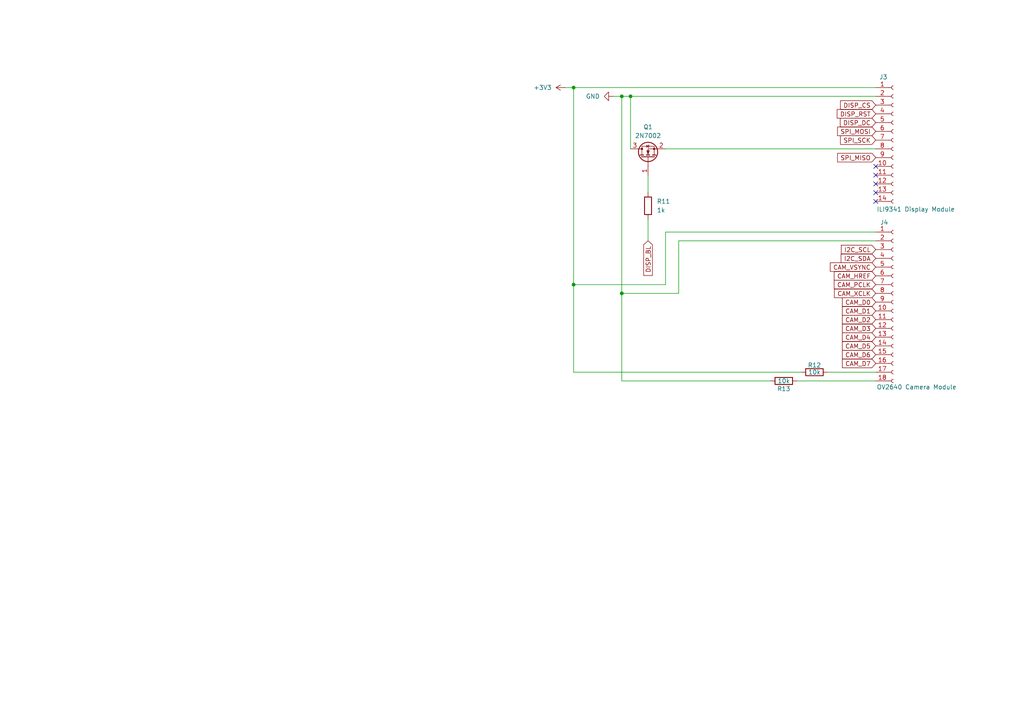
<source format=kicad_sch>
(kicad_sch (version 20250114) (generator "eeschema") (generator_version "9.0")
  (paper "A4")
  (title_block (title "DIsplay and Camera Modules") (date "2026-02-09") (rev "0.1") (company "HRV DEFCON SSTV Badge"))
  (lib_symbols
    (symbol "Connector:Conn_01x14_Socket" (pin_names (offset 1.016) (hide yes))
      (property "Reference" "J" (at 0 17.78 0))
      (property "Value" "Conn_01x14_Socket" (at 0 -20.32 0))
      (symbol "Conn_01x14_Socket_1_1"
        (polyline (pts (xy -1.27 15.24) (xy -0.508 15.24)) (stroke (width 0.1524)))
        (polyline (pts (xy -1.27 12.7) (xy -0.508 12.7)) (stroke (width 0.1524)))
        (polyline (pts (xy -1.27 10.16) (xy -0.508 10.16)) (stroke (width 0.1524)))
        (polyline (pts (xy -1.27 7.62) (xy -0.508 7.62)) (stroke (width 0.1524)))
        (polyline (pts (xy -1.27 5.08) (xy -0.508 5.08)) (stroke (width 0.1524)))
        (polyline (pts (xy -1.27 2.54) (xy -0.508 2.54)) (stroke (width 0.1524)))
        (polyline (pts (xy -1.27 0) (xy -0.508 0)) (stroke (width 0.1524)))
        (polyline (pts (xy -1.27 -2.54) (xy -0.508 -2.54)) (stroke (width 0.1524)))
        (polyline (pts (xy -1.27 -5.08) (xy -0.508 -5.08)) (stroke (width 0.1524)))
        (polyline (pts (xy -1.27 -7.62) (xy -0.508 -7.62)) (stroke (width 0.1524)))
        (polyline (pts (xy -1.27 -10.16) (xy -0.508 -10.16)) (stroke (width 0.1524)))
        (polyline (pts (xy -1.27 -12.7) (xy -0.508 -12.7)) (stroke (width 0.1524)))
        (polyline (pts (xy -1.27 -15.24) (xy -0.508 -15.24)) (stroke (width 0.1524)))
        (polyline (pts (xy -1.27 -17.78) (xy -0.508 -17.78)) (stroke (width 0.1524)))
        (arc (start 0 14.732) (mid -0.5058 15.24) (end 0 15.748) (stroke (width 0.1524)))
        (arc (start 0 12.192) (mid -0.5058 12.7) (end 0 13.208) (stroke (width 0.1524)))
        (arc (start 0 9.652) (mid -0.5058 10.16) (end 0 10.668) (stroke (width 0.1524)))
        (arc (start 0 7.112) (mid -0.5058 7.62) (end 0 8.128) (stroke (width 0.1524)))
        (arc (start 0 4.572) (mid -0.5058 5.08) (end 0 5.588) (stroke (width 0.1524)))
        (arc (start 0 2.032) (mid -0.5058 2.54) (end 0 3.048) (stroke (width 0.1524)))
        (arc (start 0 -0.508) (mid -0.5058 0) (end 0 0.508) (stroke (width 0.1524)))
        (arc (start 0 -3.048) (mid -0.5058 -2.54) (end 0 -2.032) (stroke (width 0.1524)))
        (arc (start 0 -5.588) (mid -0.5058 -5.08) (end 0 -4.572) (stroke (width 0.1524)))
        (arc (start 0 -8.128) (mid -0.5058 -7.62) (end 0 -7.112) (stroke (width 0.1524)))
        (arc (start 0 -10.668) (mid -0.5058 -10.16) (end 0 -9.652) (stroke (width 0.1524)))
        (arc (start 0 -13.208) (mid -0.5058 -12.7) (end 0 -12.192) (stroke (width 0.1524)))
        (arc (start 0 -15.748) (mid -0.5058 -15.24) (end 0 -14.732) (stroke (width 0.1524)))
        (arc (start 0 -18.288) (mid -0.5058 -17.78) (end 0 -17.272) (stroke (width 0.1524)))
        (pin passive line (at -5.08 15.24 0) (length 3.81) (name "Pin_1") (number "1"))
        (pin passive line (at -5.08 12.7 0) (length 3.81) (name "Pin_2") (number "2"))
        (pin passive line (at -5.08 10.16 0) (length 3.81) (name "Pin_3") (number "3"))
        (pin passive line (at -5.08 7.62 0) (length 3.81) (name "Pin_4") (number "4"))
        (pin passive line (at -5.08 5.08 0) (length 3.81) (name "Pin_5") (number "5"))
        (pin passive line (at -5.08 2.54 0) (length 3.81) (name "Pin_6") (number "6"))
        (pin passive line (at -5.08 0 0) (length 3.81) (name "Pin_7") (number "7"))
        (pin passive line (at -5.08 -2.54 0) (length 3.81) (name "Pin_8") (number "8"))
        (pin passive line (at -5.08 -5.08 0) (length 3.81) (name "Pin_9") (number "9"))
        (pin passive line (at -5.08 -7.62 0) (length 3.81) (name "Pin_10") (number "10"))
        (pin passive line (at -5.08 -10.16 0) (length 3.81) (name "Pin_11") (number "11"))
        (pin passive line (at -5.08 -12.7 0) (length 3.81) (name "Pin_12") (number "12"))
        (pin passive line (at -5.08 -15.24 0) (length 3.81) (name "Pin_13") (number "13"))
        (pin passive line (at -5.08 -17.78 0) (length 3.81) (name "Pin_14") (number "14"))
      )
    )
    (symbol "Connector:Conn_01x18_Socket" (pin_names (offset 1.016) (hide yes))
      (property "Reference" "J" (at 0 22.86 0))
      (property "Value" "Conn_01x18_Socket" (at 0 -25.4 0))
      (symbol "Conn_01x18_Socket_1_1"
        (polyline (pts (xy -1.27 20.32) (xy -0.508 20.32)) (stroke (width 0.1524)))
        (polyline (pts (xy -1.27 17.78) (xy -0.508 17.78)) (stroke (width 0.1524)))
        (polyline (pts (xy -1.27 15.24) (xy -0.508 15.24)) (stroke (width 0.1524)))
        (polyline (pts (xy -1.27 12.7) (xy -0.508 12.7)) (stroke (width 0.1524)))
        (polyline (pts (xy -1.27 10.16) (xy -0.508 10.16)) (stroke (width 0.1524)))
        (polyline (pts (xy -1.27 7.62) (xy -0.508 7.62)) (stroke (width 0.1524)))
        (polyline (pts (xy -1.27 5.08) (xy -0.508 5.08)) (stroke (width 0.1524)))
        (polyline (pts (xy -1.27 2.54) (xy -0.508 2.54)) (stroke (width 0.1524)))
        (polyline (pts (xy -1.27 0) (xy -0.508 0)) (stroke (width 0.1524)))
        (polyline (pts (xy -1.27 -2.54) (xy -0.508 -2.54)) (stroke (width 0.1524)))
        (polyline (pts (xy -1.27 -5.08) (xy -0.508 -5.08)) (stroke (width 0.1524)))
        (polyline (pts (xy -1.27 -7.62) (xy -0.508 -7.62)) (stroke (width 0.1524)))
        (polyline (pts (xy -1.27 -10.16) (xy -0.508 -10.16)) (stroke (width 0.1524)))
        (polyline (pts (xy -1.27 -12.7) (xy -0.508 -12.7)) (stroke (width 0.1524)))
        (polyline (pts (xy -1.27 -15.24) (xy -0.508 -15.24)) (stroke (width 0.1524)))
        (polyline (pts (xy -1.27 -17.78) (xy -0.508 -17.78)) (stroke (width 0.1524)))
        (polyline (pts (xy -1.27 -20.32) (xy -0.508 -20.32)) (stroke (width 0.1524)))
        (polyline (pts (xy -1.27 -22.86) (xy -0.508 -22.86)) (stroke (width 0.1524)))
        (arc (start 0 19.812) (mid -0.5058 20.32) (end 0 20.828) (stroke (width 0.1524)))
        (arc (start 0 17.272) (mid -0.5058 17.78) (end 0 18.288) (stroke (width 0.1524)))
        (arc (start 0 14.732) (mid -0.5058 15.24) (end 0 15.748) (stroke (width 0.1524)))
        (arc (start 0 12.192) (mid -0.5058 12.7) (end 0 13.208) (stroke (width 0.1524)))
        (arc (start 0 9.652) (mid -0.5058 10.16) (end 0 10.668) (stroke (width 0.1524)))
        (arc (start 0 7.112) (mid -0.5058 7.62) (end 0 8.128) (stroke (width 0.1524)))
        (arc (start 0 4.572) (mid -0.5058 5.08) (end 0 5.588) (stroke (width 0.1524)))
        (arc (start 0 2.032) (mid -0.5058 2.54) (end 0 3.048) (stroke (width 0.1524)))
        (arc (start 0 -0.508) (mid -0.5058 0) (end 0 0.508) (stroke (width 0.1524)))
        (arc (start 0 -3.048) (mid -0.5058 -2.54) (end 0 -2.032) (stroke (width 0.1524)))
        (arc (start 0 -5.588) (mid -0.5058 -5.08) (end 0 -4.572) (stroke (width 0.1524)))
        (arc (start 0 -8.128) (mid -0.5058 -7.62) (end 0 -7.112) (stroke (width 0.1524)))
        (arc (start 0 -10.668) (mid -0.5058 -10.16) (end 0 -9.652) (stroke (width 0.1524)))
        (arc (start 0 -13.208) (mid -0.5058 -12.7) (end 0 -12.192) (stroke (width 0.1524)))
        (arc (start 0 -15.748) (mid -0.5058 -15.24) (end 0 -14.732) (stroke (width 0.1524)))
        (arc (start 0 -18.288) (mid -0.5058 -17.78) (end 0 -17.272) (stroke (width 0.1524)))
        (arc (start 0 -20.828) (mid -0.5058 -20.32) (end 0 -19.812) (stroke (width 0.1524)))
        (arc (start 0 -23.368) (mid -0.5058 -22.86) (end 0 -22.352) (stroke (width 0.1524)))
        (pin passive line (at -5.08 20.32 0) (length 3.81) (name "Pin_1") (number "1"))
        (pin passive line (at -5.08 17.78 0) (length 3.81) (name "Pin_2") (number "2"))
        (pin passive line (at -5.08 15.24 0) (length 3.81) (name "Pin_3") (number "3"))
        (pin passive line (at -5.08 12.7 0) (length 3.81) (name "Pin_4") (number "4"))
        (pin passive line (at -5.08 10.16 0) (length 3.81) (name "Pin_5") (number "5"))
        (pin passive line (at -5.08 7.62 0) (length 3.81) (name "Pin_6") (number "6"))
        (pin passive line (at -5.08 5.08 0) (length 3.81) (name "Pin_7") (number "7"))
        (pin passive line (at -5.08 2.54 0) (length 3.81) (name "Pin_8") (number "8"))
        (pin passive line (at -5.08 0 0) (length 3.81) (name "Pin_9") (number "9"))
        (pin passive line (at -5.08 -2.54 0) (length 3.81) (name "Pin_10") (number "10"))
        (pin passive line (at -5.08 -5.08 0) (length 3.81) (name "Pin_11") (number "11"))
        (pin passive line (at -5.08 -7.62 0) (length 3.81) (name "Pin_12") (number "12"))
        (pin passive line (at -5.08 -10.16 0) (length 3.81) (name "Pin_13") (number "13"))
        (pin passive line (at -5.08 -12.7 0) (length 3.81) (name "Pin_14") (number "14"))
        (pin passive line (at -5.08 -15.24 0) (length 3.81) (name "Pin_15") (number "15"))
        (pin passive line (at -5.08 -17.78 0) (length 3.81) (name "Pin_16") (number "16"))
        (pin passive line (at -5.08 -20.32 0) (length 3.81) (name "Pin_17") (number "17"))
        (pin passive line (at -5.08 -22.86 0) (length 3.81) (name "Pin_18") (number "18"))
      )
    )
    (symbol "Device:R" (pin_numbers (hide yes)) (pin_names (offset 0))
      (property "Reference" "R" (at 2.032 0 90))
      (property "Value" "R" (at 0 0 90))
      (symbol "R_0_1"
        (rectangle (start -1.016 -2.54) (end 1.016 2.54) (stroke (width 0.254)))
      )
      (symbol "R_1_1"
        (pin passive line (at 0 3.81 270) (length 1.27) (name "~") (number "1"))
        (pin passive line (at 0 -3.81 90) (length 1.27) (name "~") (number "2"))
      )
    )
    (symbol "Transistor_FET:2N7002" (pin_names (offset 0) (hide yes))
      (property "Reference" "Q" (at 5.08 1.905 0))
      (property "Value" "2N7002" (at 5.08 0 0))
      (symbol "2N7002_0_1"
        (polyline (pts (xy 0.254 1.905) (xy 0.254 -1.905)) (stroke (width 0.254)))
        (polyline (pts (xy 0.254 0) (xy -2.54 0)))
        (polyline (pts (xy 0.762 2.286) (xy 0.762 1.27)) (stroke (width 0.254)))
        (polyline (pts (xy 0.762 0.508) (xy 0.762 -0.508)) (stroke (width 0.254)))
        (polyline (pts (xy 0.762 -1.27) (xy 0.762 -2.286)) (stroke (width 0.254)))
        (polyline (pts (xy 0.762 -1.778) (xy 3.302 -1.778) (xy 3.302 1.778) (xy 0.762 1.778)))
        (polyline (pts (xy 1.016 0) (xy 2.032 0.381) (xy 2.032 -0.381) (xy 1.016 0)) (fill (type outline)))
        (circle (center 1.651 0) (radius 2.794) (stroke (width 0.254)))
        (polyline (pts (xy 2.54 2.54) (xy 2.54 1.778)))
        (circle (center 2.54 1.778) (radius 0.254) (fill (type outline)))
        (circle (center 2.54 -1.778) (radius 0.254) (fill (type outline)))
        (polyline (pts (xy 2.54 -2.54) (xy 2.54 0) (xy 0.762 0)))
        (polyline (pts (xy 2.921 0.381) (xy 3.683 0.381)))
        (polyline (pts (xy 3.302 0.381) (xy 2.921 -0.254) (xy 3.683 -0.254) (xy 3.302 0.381)))
      )
      (symbol "2N7002_1_1"
        (pin input line (at -5.08 0 0) (length 2.54) (name "G") (number "1"))
        (pin passive line (at 2.54 5.08 270) (length 2.54) (name "D") (number "3"))
        (pin passive line (at 2.54 -5.08 90) (length 2.54) (name "S") (number "2"))
      )
    )
    (symbol "power:+3V3" (power) (pin_numbers (hide yes)) (pin_names (offset 0) (hide yes))
      (property "Value" "+3V3" (at 0 3.556 0))
      (symbol "+3V3_0_1"
        (polyline (pts (xy -0.762 1.27) (xy 0 2.54)))
        (polyline (pts (xy 0 2.54) (xy 0.762 1.27)))
        (polyline (pts (xy 0 0) (xy 0 2.54)))
      )
      (symbol "+3V3_1_1"
        (pin power_in line (at 0 0 90) (length 0) (name "~") (number "1"))
      )
    )
    (symbol "power:GND" (power) (pin_numbers (hide yes)) (pin_names (offset 0) (hide yes))
      (property "Value" "GND" (at 0 -3.81 0))
      (symbol "GND_0_1"
        (polyline (pts (xy 0 0) (xy 0 -1.27) (xy 1.27 -1.27) (xy 0 -2.54) (xy -1.27 -1.27) (xy 0 -1.27)))
      )
      (symbol "GND_1_1"
        (pin power_in line (at 0 0 270) (length 0) (name "~") (number "1"))
      )
    )
  )
  (junction (at 180.34 27.94))
  (junction (at 182.88 27.94))
  (junction (at 166.37 25.4))
  (junction (at 166.37 82.55))
  (junction (at 180.34 85.09))
  (no_connect (at 254 48.26))
  (no_connect (at 254 53.34))
  (no_connect (at 254 50.8))
  (no_connect (at 254 58.42))
  (no_connect (at 254 55.88))
  (wire (pts (xy 166.37 82.55) (xy 166.37 107.95)))
  (wire (pts (xy 187.96 50.8) (xy 187.96 55.88)))
  (wire (pts (xy 182.88 27.94) (xy 254 27.94)))
  (wire (pts (xy 163.83 25.4) (xy 166.37 25.4)))
  (wire (pts (xy 196.85 85.09) (xy 180.34 85.09)))
  (wire (pts (xy 180.34 27.94) (xy 182.88 27.94)))
  (wire (pts (xy 166.37 25.4) (xy 254 25.4)))
  (wire (pts (xy 177.8 27.94) (xy 180.34 27.94)))
  (wire (pts (xy 180.34 110.49) (xy 223.52 110.49)))
  (wire (pts (xy 196.85 69.85) (xy 196.85 85.09)))
  (wire (pts (xy 166.37 25.4) (xy 166.37 82.55)))
  (wire (pts (xy 240.03 107.95) (xy 254 107.95)))
  (wire (pts (xy 166.37 107.95) (xy 232.41 107.95)))
  (wire (pts (xy 180.34 27.94) (xy 180.34 85.09)))
  (wire (pts (xy 182.88 27.94) (xy 182.88 43.18)))
  (wire (pts (xy 187.96 63.5) (xy 187.96 69.85)))
  (wire (pts (xy 254 69.85) (xy 196.85 69.85)))
  (wire (pts (xy 193.04 82.55) (xy 166.37 82.55)))
  (wire (pts (xy 180.34 85.09) (xy 180.34 110.49)))
  (wire (pts (xy 231.14 110.49) (xy 254 110.49)))
  (wire (pts (xy 193.04 43.18) (xy 254 43.18)))
  (wire (pts (xy 254 67.31) (xy 193.04 67.31)))
  (wire (pts (xy 193.04 67.31) (xy 193.04 82.55)))
  (global_label "CAM_D7" (shape input) (at 254 105.41 180) (property "Intersheetrefs" "${INTERSHEET_REFS}" (effects (hide yes))))
  (global_label "CAM_D3" (shape input) (at 254 95.25 180) (property "Intersheetrefs" "${INTERSHEET_REFS}" (effects (hide yes))))
  (global_label "CAM_VSYNC" (shape input) (at 254 77.47 180) (property "Intersheetrefs" "${INTERSHEET_REFS}" (effects (hide yes))))
  (global_label "I2C_SCL" (shape input) (at 254 72.39 180) (property "Intersheetrefs" "${INTERSHEET_REFS}" (effects (hide yes))))
  (global_label "CAM_D6" (shape input) (at 254 102.87 180) (property "Intersheetrefs" "${INTERSHEET_REFS}" (effects (hide yes))))
  (global_label "CAM_D2" (shape input) (at 254 92.71 180) (property "Intersheetrefs" "${INTERSHEET_REFS}" (effects (hide yes))))
  (global_label "CAM_XCLK" (shape input) (at 254 85.09 180) (property "Intersheetrefs" "${INTERSHEET_REFS}" (effects (hide yes))))
  (global_label "DISP_BL" (shape input) (at 187.96 69.85 270) (property "Intersheetrefs" "${INTERSHEET_REFS}" (effects (hide yes))))
  (global_label "DISP_RST" (shape input) (at 254 33.02 180) (property "Intersheetrefs" "${INTERSHEET_REFS}" (effects (hide yes))))
  (global_label "SPI_MISO" (shape input) (at 254 45.72 180) (property "Intersheetrefs" "${INTERSHEET_REFS}" (effects (hide yes))))
  (global_label "SPI_SCK" (shape input) (at 254 40.64 180) (property "Intersheetrefs" "${INTERSHEET_REFS}" (effects (hide yes))))
  (global_label "I2C_SDA" (shape input) (at 254 74.93 180) (property "Intersheetrefs" "${INTERSHEET_REFS}" (effects (hide yes))))
  (global_label "CAM_PCLK" (shape input) (at 254 82.55 180) (property "Intersheetrefs" "${INTERSHEET_REFS}" (effects (hide yes))))
  (global_label "CAM_D0" (shape input) (at 254 87.63 180) (property "Intersheetrefs" "${INTERSHEET_REFS}" (effects (hide yes))))
  (global_label "DISP_CS" (shape input) (at 254 30.48 180) (property "Intersheetrefs" "${INTERSHEET_REFS}" (effects (hide yes))))
  (global_label "CAM_HREF" (shape input) (at 254 80.01 180) (property "Intersheetrefs" "${INTERSHEET_REFS}" (effects (hide yes))))
  (global_label "CAM_D5" (shape input) (at 254 100.33 180) (property "Intersheetrefs" "${INTERSHEET_REFS}" (effects (hide yes))))
  (global_label "SPI_MOSI" (shape input) (at 254 38.1 180) (property "Intersheetrefs" "${INTERSHEET_REFS}" (effects (hide yes))))
  (global_label "DISP_DC" (shape input) (at 254 35.56 180) (property "Intersheetrefs" "${INTERSHEET_REFS}" (effects (hide yes))))
  (global_label "CAM_D1" (shape input) (at 254 90.17 180) (property "Intersheetrefs" "${INTERSHEET_REFS}" (effects (hide yes))))
  (global_label "CAM_D4" (shape input) (at 254 97.79 180) (property "Intersheetrefs" "${INTERSHEET_REFS}" (effects (hide yes))))
  (symbol (lib_id "Connector:Conn_01x14_Socket") (at 259.08 40.64 0) (unit 1)
    (property "Reference" "J3" (at 255.016 22.352 0) (effects (justify left)))
    (property "Value" "ILI9341 Display Module" (at 254.254 60.706 0) (effects (justify left)))
    (property "Description" "Generic connector, single row, 01x14, script generated" (effects (hide yes)))
  )
  (symbol (lib_id "Connector:Conn_01x18_Socket") (at 259.08 87.63 0) (unit 1)
    (property "Reference" "J4" (at 255.27 64.516 0) (effects (justify left)))
    (property "Value" "OV2640 Camera Module" (at 254.254 112.268 0) (effects (justify left)))
    (property "Description" "Generic connector, single row, 01x18, script generated" (effects (hide yes)))
  )
  (symbol (lib_id "Device:R") (at 187.96 59.69 0) (unit 1)
    (property "Reference" "R11" (at 190.5 58.4199 0) (effects (justify left)))
    (property "Value" "1k" (at 190.5 60.9599 0) (effects (justify left)))
    (property "Description" "Resistor" (effects (hide yes)))
  )
  (symbol (lib_id "Transistor_FET:2N7002") (at 187.96 45.72 90) (unit 1)
    (property "Reference" "Q1" (at 187.96 36.83 90))
    (property "Value" "2N7002" (at 187.96 39.37 90))
    (property "Footprint" "Package_TO_SOT_SMD:SOT-23" (effects (hide yes)))
    (property "Datasheet" "https://www.onsemi.com/pub/Collateral/NDS7002A-D.PDF" (effects (hide yes)))
    (property "Description" "0.115A Id, 60V Vds, N-Channel MOSFET, SOT-23" (effects (hide yes)))
  )
  (symbol (lib_id "power:+3V3") (at 163.83 25.4 90) (unit 1)
    (property "Reference" "#PWR07" (effects (hide yes)))
    (property "Value" "+3V3" (at 160.02 25.3999 90) (effects (justify left)))
    (property "Description" "Power symbol creates a global label with name \"+3V3\"" (effects (hide yes)))
  )
  (symbol (lib_id "power:GND") (at 177.8 27.94 270) (unit 1)
    (property "Reference" "#PWR08" (effects (hide yes)))
    (property "Value" "GND" (at 173.99 27.9399 90) (effects (justify right)))
    (property "Description" "Power symbol creates a global label with name \"GND\" , ground" (effects (hide yes)))
  )
  (symbol (lib_id "Device:R") (at 227.33 110.49 270) (unit 1)
    (property "Reference" "R13" (at 227.33 112.776 90))
    (property "Value" "10k" (at 227.33 110.49 90))
    (property "Description" "Resistor" (effects (hide yes)))
  )
  (symbol (lib_id "Device:R") (at 236.22 107.95 270) (unit 1)
    (property "Reference" "R12" (at 236.22 105.918 90))
    (property "Value" "10k" (at 236.22 107.95 90))
    (property "Description" "Resistor" (effects (hide yes)))
  )
)
</source>
